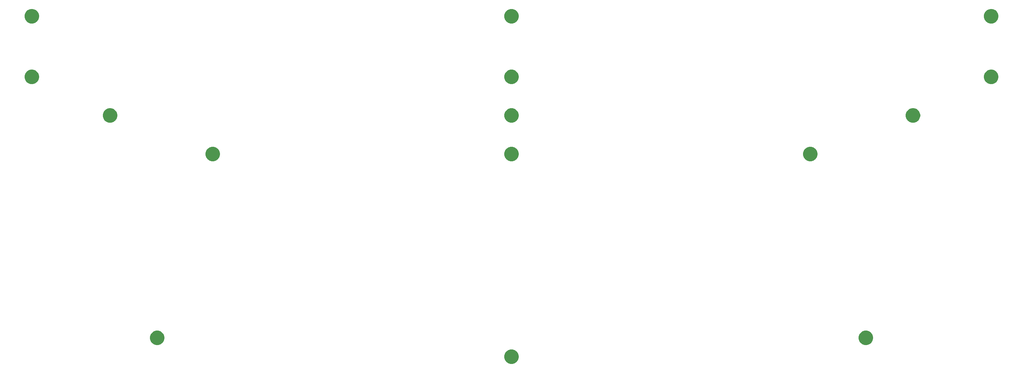
<source format=gbs>
G04 #@! TF.GenerationSoftware,KiCad,Pcbnew,(5.1.6)-1*
G04 #@! TF.CreationDate,2020-07-14T19:48:19+04:00*
G04 #@! TF.ProjectId,discipline-pcb,64697363-6970-46c6-996e-652d7063622e,rev?*
G04 #@! TF.SameCoordinates,Original*
G04 #@! TF.FileFunction,Soldermask,Bot*
G04 #@! TF.FilePolarity,Negative*
%FSLAX46Y46*%
G04 Gerber Fmt 4.6, Leading zero omitted, Abs format (unit mm)*
G04 Created by KiCad (PCBNEW (5.1.6)-1) date 2020-07-14 19:48:19*
%MOMM*%
%LPD*%
G01*
G04 APERTURE LIST*
%ADD10C,0.100000*%
G04 APERTURE END LIST*
D10*
G36*
X206489225Y-164717886D02*
G01*
X206869938Y-164793614D01*
X207279594Y-164963299D01*
X207648274Y-165209644D01*
X207961811Y-165523181D01*
X208208156Y-165891861D01*
X208377841Y-166301517D01*
X208464345Y-166736406D01*
X208464345Y-167179814D01*
X208377841Y-167614703D01*
X208208156Y-168024359D01*
X207961811Y-168393039D01*
X207648274Y-168706576D01*
X207279594Y-168952921D01*
X206869938Y-169122606D01*
X206489225Y-169198334D01*
X206435050Y-169209110D01*
X205991640Y-169209110D01*
X205937465Y-169198334D01*
X205556752Y-169122606D01*
X205147096Y-168952921D01*
X204778416Y-168706576D01*
X204464879Y-168393039D01*
X204218534Y-168024359D01*
X204048849Y-167614703D01*
X203962345Y-167179814D01*
X203962345Y-166736406D01*
X204048849Y-166301517D01*
X204218534Y-165891861D01*
X204464879Y-165523181D01*
X204778416Y-165209644D01*
X205147096Y-164963299D01*
X205556752Y-164793614D01*
X205937465Y-164717886D01*
X205991640Y-164707110D01*
X206435050Y-164707110D01*
X206489225Y-164717886D01*
G37*
G36*
X316136683Y-158906736D02*
G01*
X316517396Y-158982464D01*
X316927052Y-159152149D01*
X317295732Y-159398494D01*
X317609269Y-159712031D01*
X317855614Y-160080711D01*
X318025299Y-160490367D01*
X318111803Y-160925256D01*
X318111803Y-161368664D01*
X318025299Y-161803553D01*
X317855614Y-162213209D01*
X317609269Y-162581889D01*
X317295732Y-162895426D01*
X316927052Y-163141771D01*
X316517396Y-163311456D01*
X316136683Y-163387184D01*
X316082508Y-163397960D01*
X315639098Y-163397960D01*
X315584923Y-163387184D01*
X315204210Y-163311456D01*
X314794554Y-163141771D01*
X314425874Y-162895426D01*
X314112337Y-162581889D01*
X313865992Y-162213209D01*
X313696307Y-161803553D01*
X313609803Y-161368664D01*
X313609803Y-160925256D01*
X313696307Y-160490367D01*
X313865992Y-160080711D01*
X314112337Y-159712031D01*
X314425874Y-159398494D01*
X314794554Y-159152149D01*
X315204210Y-158982464D01*
X315584923Y-158906736D01*
X315639098Y-158895960D01*
X316082508Y-158895960D01*
X316136683Y-158906736D01*
G37*
G36*
X96841768Y-158906736D02*
G01*
X97222481Y-158982464D01*
X97632137Y-159152149D01*
X98000817Y-159398494D01*
X98314354Y-159712031D01*
X98560699Y-160080711D01*
X98730384Y-160490367D01*
X98816888Y-160925256D01*
X98816888Y-161368664D01*
X98730384Y-161803553D01*
X98560699Y-162213209D01*
X98314354Y-162581889D01*
X98000817Y-162895426D01*
X97632137Y-163141771D01*
X97222481Y-163311456D01*
X96841768Y-163387184D01*
X96787593Y-163397960D01*
X96344183Y-163397960D01*
X96290008Y-163387184D01*
X95909295Y-163311456D01*
X95499639Y-163141771D01*
X95130959Y-162895426D01*
X94817422Y-162581889D01*
X94571077Y-162213209D01*
X94401392Y-161803553D01*
X94314888Y-161368664D01*
X94314888Y-160925256D01*
X94401392Y-160490367D01*
X94571077Y-160080711D01*
X94817422Y-159712031D01*
X95130959Y-159398494D01*
X95499639Y-159152149D01*
X95909295Y-158982464D01*
X96290008Y-158906736D01*
X96344183Y-158895960D01*
X96787593Y-158895960D01*
X96841768Y-158906736D01*
G37*
G36*
X298947848Y-102062770D02*
G01*
X299328561Y-102138498D01*
X299738217Y-102308183D01*
X300106897Y-102554528D01*
X300420434Y-102868065D01*
X300666779Y-103236745D01*
X300836464Y-103646401D01*
X300922968Y-104081290D01*
X300922968Y-104524698D01*
X300836464Y-104959587D01*
X300666779Y-105369243D01*
X300420434Y-105737923D01*
X300106897Y-106051460D01*
X299738217Y-106297805D01*
X299328561Y-106467490D01*
X298947848Y-106543218D01*
X298893673Y-106553994D01*
X298450263Y-106553994D01*
X298396088Y-106543218D01*
X298015375Y-106467490D01*
X297605719Y-106297805D01*
X297237039Y-106051460D01*
X296923502Y-105737923D01*
X296677157Y-105369243D01*
X296507472Y-104959587D01*
X296420968Y-104524698D01*
X296420968Y-104081290D01*
X296507472Y-103646401D01*
X296677157Y-103236745D01*
X296923502Y-102868065D01*
X297237039Y-102554528D01*
X297605719Y-102308183D01*
X298015375Y-102138498D01*
X298396088Y-102062770D01*
X298450263Y-102051994D01*
X298893673Y-102051994D01*
X298947848Y-102062770D01*
G37*
G36*
X206489225Y-102062770D02*
G01*
X206869938Y-102138498D01*
X207279594Y-102308183D01*
X207648274Y-102554528D01*
X207961811Y-102868065D01*
X208208156Y-103236745D01*
X208377841Y-103646401D01*
X208464345Y-104081290D01*
X208464345Y-104524698D01*
X208377841Y-104959587D01*
X208208156Y-105369243D01*
X207961811Y-105737923D01*
X207648274Y-106051460D01*
X207279594Y-106297805D01*
X206869938Y-106467490D01*
X206489225Y-106543218D01*
X206435050Y-106553994D01*
X205991640Y-106553994D01*
X205937465Y-106543218D01*
X205556752Y-106467490D01*
X205147096Y-106297805D01*
X204778416Y-106051460D01*
X204464879Y-105737923D01*
X204218534Y-105369243D01*
X204048849Y-104959587D01*
X203962345Y-104524698D01*
X203962345Y-104081290D01*
X204048849Y-103646401D01*
X204218534Y-103236745D01*
X204464879Y-102868065D01*
X204778416Y-102554528D01*
X205147096Y-102308183D01*
X205556752Y-102138498D01*
X205937465Y-102062770D01*
X205991640Y-102051994D01*
X206435050Y-102051994D01*
X206489225Y-102062770D01*
G37*
G36*
X114030603Y-102062770D02*
G01*
X114411316Y-102138498D01*
X114820972Y-102308183D01*
X115189652Y-102554528D01*
X115503189Y-102868065D01*
X115749534Y-103236745D01*
X115919219Y-103646401D01*
X116005723Y-104081290D01*
X116005723Y-104524698D01*
X115919219Y-104959587D01*
X115749534Y-105369243D01*
X115503189Y-105737923D01*
X115189652Y-106051460D01*
X114820972Y-106297805D01*
X114411316Y-106467490D01*
X114030603Y-106543218D01*
X113976428Y-106553994D01*
X113533018Y-106553994D01*
X113478843Y-106543218D01*
X113098130Y-106467490D01*
X112688474Y-106297805D01*
X112319794Y-106051460D01*
X112006257Y-105737923D01*
X111759912Y-105369243D01*
X111590227Y-104959587D01*
X111503723Y-104524698D01*
X111503723Y-104081290D01*
X111590227Y-103646401D01*
X111759912Y-103236745D01*
X112006257Y-102868065D01*
X112319794Y-102554528D01*
X112688474Y-102308183D01*
X113098130Y-102138498D01*
X113478843Y-102062770D01*
X113533018Y-102051994D01*
X113976428Y-102051994D01*
X114030603Y-102062770D01*
G37*
G36*
X206489225Y-90133648D02*
G01*
X206869938Y-90209376D01*
X207279594Y-90379061D01*
X207648274Y-90625406D01*
X207961811Y-90938943D01*
X208208156Y-91307623D01*
X208377841Y-91717279D01*
X208464345Y-92152168D01*
X208464345Y-92595576D01*
X208377841Y-93030465D01*
X208208156Y-93440121D01*
X207961811Y-93808801D01*
X207648274Y-94122338D01*
X207279594Y-94368683D01*
X206869938Y-94538368D01*
X206489225Y-94614096D01*
X206435050Y-94624872D01*
X205991640Y-94624872D01*
X205937465Y-94614096D01*
X205556752Y-94538368D01*
X205147096Y-94368683D01*
X204778416Y-94122338D01*
X204464879Y-93808801D01*
X204218534Y-93440121D01*
X204048849Y-93030465D01*
X203962345Y-92595576D01*
X203962345Y-92152168D01*
X204048849Y-91717279D01*
X204218534Y-91307623D01*
X204464879Y-90938943D01*
X204778416Y-90625406D01*
X205147096Y-90379061D01*
X205556752Y-90209376D01*
X205937465Y-90133648D01*
X205991640Y-90122872D01*
X206435050Y-90122872D01*
X206489225Y-90133648D01*
G37*
G36*
X330729249Y-90133648D02*
G01*
X331109962Y-90209376D01*
X331519618Y-90379061D01*
X331888298Y-90625406D01*
X332201835Y-90938943D01*
X332448180Y-91307623D01*
X332617865Y-91717279D01*
X332704369Y-92152168D01*
X332704369Y-92595576D01*
X332617865Y-93030465D01*
X332448180Y-93440121D01*
X332201835Y-93808801D01*
X331888298Y-94122338D01*
X331519618Y-94368683D01*
X331109962Y-94538368D01*
X330729249Y-94614096D01*
X330675074Y-94624872D01*
X330231664Y-94624872D01*
X330177489Y-94614096D01*
X329796776Y-94538368D01*
X329387120Y-94368683D01*
X329018440Y-94122338D01*
X328704903Y-93808801D01*
X328458558Y-93440121D01*
X328288873Y-93030465D01*
X328202369Y-92595576D01*
X328202369Y-92152168D01*
X328288873Y-91717279D01*
X328458558Y-91307623D01*
X328704903Y-90938943D01*
X329018440Y-90625406D01*
X329387120Y-90379061D01*
X329796776Y-90209376D01*
X330177489Y-90133648D01*
X330231664Y-90122872D01*
X330675074Y-90122872D01*
X330729249Y-90133648D01*
G37*
G36*
X82249202Y-90133648D02*
G01*
X82629915Y-90209376D01*
X83039571Y-90379061D01*
X83408251Y-90625406D01*
X83721788Y-90938943D01*
X83968133Y-91307623D01*
X84137818Y-91717279D01*
X84224322Y-92152168D01*
X84224322Y-92595576D01*
X84137818Y-93030465D01*
X83968133Y-93440121D01*
X83721788Y-93808801D01*
X83408251Y-94122338D01*
X83039571Y-94368683D01*
X82629915Y-94538368D01*
X82249202Y-94614096D01*
X82195027Y-94624872D01*
X81751617Y-94624872D01*
X81697442Y-94614096D01*
X81316729Y-94538368D01*
X80907073Y-94368683D01*
X80538393Y-94122338D01*
X80224856Y-93808801D01*
X79978511Y-93440121D01*
X79808826Y-93030465D01*
X79722322Y-92595576D01*
X79722322Y-92152168D01*
X79808826Y-91717279D01*
X79978511Y-91307623D01*
X80224856Y-90938943D01*
X80538393Y-90625406D01*
X80907073Y-90379061D01*
X81316729Y-90209376D01*
X81697442Y-90133648D01*
X81751617Y-90122872D01*
X82195027Y-90122872D01*
X82249202Y-90133648D01*
G37*
G36*
X58042262Y-78204526D02*
G01*
X58422975Y-78280254D01*
X58832631Y-78449939D01*
X59201311Y-78696284D01*
X59514848Y-79009821D01*
X59761193Y-79378501D01*
X59930878Y-79788157D01*
X60017382Y-80223046D01*
X60017382Y-80666454D01*
X59930878Y-81101343D01*
X59761193Y-81510999D01*
X59514848Y-81879679D01*
X59201311Y-82193216D01*
X58832631Y-82439561D01*
X58422975Y-82609246D01*
X58042262Y-82684974D01*
X57988087Y-82695750D01*
X57544677Y-82695750D01*
X57490502Y-82684974D01*
X57109789Y-82609246D01*
X56700133Y-82439561D01*
X56331453Y-82193216D01*
X56017916Y-81879679D01*
X55771571Y-81510999D01*
X55601886Y-81101343D01*
X55515382Y-80666454D01*
X55515382Y-80223046D01*
X55601886Y-79788157D01*
X55771571Y-79378501D01*
X56017916Y-79009821D01*
X56331453Y-78696284D01*
X56700133Y-78449939D01*
X57109789Y-78280254D01*
X57490502Y-78204526D01*
X57544677Y-78193750D01*
X57988087Y-78193750D01*
X58042262Y-78204526D01*
G37*
G36*
X206489225Y-78204526D02*
G01*
X206869938Y-78280254D01*
X207279594Y-78449939D01*
X207648274Y-78696284D01*
X207961811Y-79009821D01*
X208208156Y-79378501D01*
X208377841Y-79788157D01*
X208464345Y-80223046D01*
X208464345Y-80666454D01*
X208377841Y-81101343D01*
X208208156Y-81510999D01*
X207961811Y-81879679D01*
X207648274Y-82193216D01*
X207279594Y-82439561D01*
X206869938Y-82609246D01*
X206489225Y-82684974D01*
X206435050Y-82695750D01*
X205991640Y-82695750D01*
X205937465Y-82684974D01*
X205556752Y-82609246D01*
X205147096Y-82439561D01*
X204778416Y-82193216D01*
X204464879Y-81879679D01*
X204218534Y-81510999D01*
X204048849Y-81101343D01*
X203962345Y-80666454D01*
X203962345Y-80223046D01*
X204048849Y-79788157D01*
X204218534Y-79378501D01*
X204464879Y-79009821D01*
X204778416Y-78696284D01*
X205147096Y-78449939D01*
X205556752Y-78280254D01*
X205937465Y-78204526D01*
X205991640Y-78193750D01*
X206435050Y-78193750D01*
X206489225Y-78204526D01*
G37*
G36*
X354936189Y-78204526D02*
G01*
X355316902Y-78280254D01*
X355726558Y-78449939D01*
X356095238Y-78696284D01*
X356408775Y-79009821D01*
X356655120Y-79378501D01*
X356824805Y-79788157D01*
X356911309Y-80223046D01*
X356911309Y-80666454D01*
X356824805Y-81101343D01*
X356655120Y-81510999D01*
X356408775Y-81879679D01*
X356095238Y-82193216D01*
X355726558Y-82439561D01*
X355316902Y-82609246D01*
X354936189Y-82684974D01*
X354882014Y-82695750D01*
X354438604Y-82695750D01*
X354384429Y-82684974D01*
X354003716Y-82609246D01*
X353594060Y-82439561D01*
X353225380Y-82193216D01*
X352911843Y-81879679D01*
X352665498Y-81510999D01*
X352495813Y-81101343D01*
X352409309Y-80666454D01*
X352409309Y-80223046D01*
X352495813Y-79788157D01*
X352665498Y-79378501D01*
X352911843Y-79009821D01*
X353225380Y-78696284D01*
X353594060Y-78449939D01*
X354003716Y-78280254D01*
X354384429Y-78204526D01*
X354438604Y-78193750D01*
X354882014Y-78193750D01*
X354936189Y-78204526D01*
G37*
G36*
X58042262Y-59454526D02*
G01*
X58422975Y-59530254D01*
X58832631Y-59699939D01*
X59201311Y-59946284D01*
X59514848Y-60259821D01*
X59761193Y-60628501D01*
X59930878Y-61038157D01*
X60017382Y-61473046D01*
X60017382Y-61916454D01*
X59930878Y-62351343D01*
X59761193Y-62760999D01*
X59514848Y-63129679D01*
X59201311Y-63443216D01*
X58832631Y-63689561D01*
X58422975Y-63859246D01*
X58042262Y-63934974D01*
X57988087Y-63945750D01*
X57544677Y-63945750D01*
X57490502Y-63934974D01*
X57109789Y-63859246D01*
X56700133Y-63689561D01*
X56331453Y-63443216D01*
X56017916Y-63129679D01*
X55771571Y-62760999D01*
X55601886Y-62351343D01*
X55515382Y-61916454D01*
X55515382Y-61473046D01*
X55601886Y-61038157D01*
X55771571Y-60628501D01*
X56017916Y-60259821D01*
X56331453Y-59946284D01*
X56700133Y-59699939D01*
X57109789Y-59530254D01*
X57490502Y-59454526D01*
X57544677Y-59443750D01*
X57988087Y-59443750D01*
X58042262Y-59454526D01*
G37*
G36*
X206489225Y-59454526D02*
G01*
X206869938Y-59530254D01*
X207279594Y-59699939D01*
X207648274Y-59946284D01*
X207961811Y-60259821D01*
X208208156Y-60628501D01*
X208377841Y-61038157D01*
X208464345Y-61473046D01*
X208464345Y-61916454D01*
X208377841Y-62351343D01*
X208208156Y-62760999D01*
X207961811Y-63129679D01*
X207648274Y-63443216D01*
X207279594Y-63689561D01*
X206869938Y-63859246D01*
X206489225Y-63934974D01*
X206435050Y-63945750D01*
X205991640Y-63945750D01*
X205937465Y-63934974D01*
X205556752Y-63859246D01*
X205147096Y-63689561D01*
X204778416Y-63443216D01*
X204464879Y-63129679D01*
X204218534Y-62760999D01*
X204048849Y-62351343D01*
X203962345Y-61916454D01*
X203962345Y-61473046D01*
X204048849Y-61038157D01*
X204218534Y-60628501D01*
X204464879Y-60259821D01*
X204778416Y-59946284D01*
X205147096Y-59699939D01*
X205556752Y-59530254D01*
X205937465Y-59454526D01*
X205991640Y-59443750D01*
X206435050Y-59443750D01*
X206489225Y-59454526D01*
G37*
G36*
X354936189Y-59454526D02*
G01*
X355316902Y-59530254D01*
X355726558Y-59699939D01*
X356095238Y-59946284D01*
X356408775Y-60259821D01*
X356655120Y-60628501D01*
X356824805Y-61038157D01*
X356911309Y-61473046D01*
X356911309Y-61916454D01*
X356824805Y-62351343D01*
X356655120Y-62760999D01*
X356408775Y-63129679D01*
X356095238Y-63443216D01*
X355726558Y-63689561D01*
X355316902Y-63859246D01*
X354936189Y-63934974D01*
X354882014Y-63945750D01*
X354438604Y-63945750D01*
X354384429Y-63934974D01*
X354003716Y-63859246D01*
X353594060Y-63689561D01*
X353225380Y-63443216D01*
X352911843Y-63129679D01*
X352665498Y-62760999D01*
X352495813Y-62351343D01*
X352409309Y-61916454D01*
X352409309Y-61473046D01*
X352495813Y-61038157D01*
X352665498Y-60628501D01*
X352911843Y-60259821D01*
X353225380Y-59946284D01*
X353594060Y-59699939D01*
X354003716Y-59530254D01*
X354384429Y-59454526D01*
X354438604Y-59443750D01*
X354882014Y-59443750D01*
X354936189Y-59454526D01*
G37*
M02*

</source>
